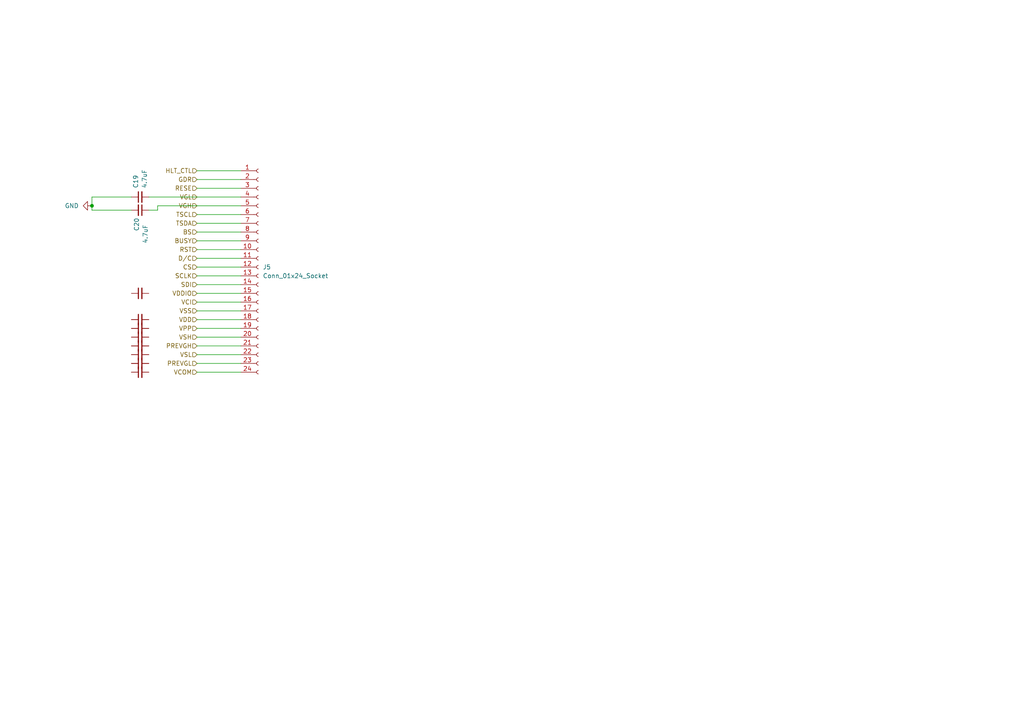
<source format=kicad_sch>
(kicad_sch (version 20231120) (generator "eeschema") (generator_version "8.0")
  (paper "A4")
  (lib_symbols
    (symbol "Connector:Conn_01x24_Socket" (pin_names (offset 1.016) hide)
      (property "Reference" "J" (at 0 30.48 0))
      (property "Value" "Conn_01x24_Socket" (at 0 -33.02 0))
      (symbol "Conn_01x24_Socket_1_1"
        (arc (start 0 -29.972) (mid -0.5058 -30.48) (end 0 -30.988) (stroke (width 0.1524)))
        (arc (start 0 -27.432) (mid -0.5058 -27.94) (end 0 -28.448) (stroke (width 0.1524)))
        (arc (start 0 -24.892) (mid -0.5058 -25.4) (end 0 -25.908) (stroke (width 0.1524)))
        (arc (start 0 -22.352) (mid -0.5058 -22.86) (end 0 -23.368) (stroke (width 0.1524)))
        (arc (start 0 -19.812) (mid -0.5058 -20.32) (end 0 -20.828) (stroke (width 0.1524)))
        (arc (start 0 -17.272) (mid -0.5058 -17.78) (end 0 -18.288) (stroke (width 0.1524)))
        (arc (start 0 -14.732) (mid -0.5058 -15.24) (end 0 -15.748) (stroke (width 0.1524)))
        (arc (start 0 -12.192) (mid -0.5058 -12.7) (end 0 -13.208) (stroke (width 0.1524)))
        (arc (start 0 -9.652) (mid -0.5058 -10.16) (end 0 -10.668) (stroke (width 0.1524)))
        (arc (start 0 -7.112) (mid -0.5058 -7.62) (end 0 -8.128) (stroke (width 0.1524)))
        (arc (start 0 -4.572) (mid -0.5058 -5.08) (end 0 -5.588) (stroke (width 0.1524)))
        (arc (start 0 -2.032) (mid -0.5058 -2.54) (end 0 -3.048) (stroke (width 0.1524)))
        (polyline (pts (xy -1.27 -30.48) (xy -0.508 -30.48)) (stroke (width 0.1524)))
        (polyline (pts (xy -1.27 -27.94) (xy -0.508 -27.94)) (stroke (width 0.1524)))
        (polyline (pts (xy -1.27 -25.4) (xy -0.508 -25.4)) (stroke (width 0.1524)))
        (polyline (pts (xy -1.27 -22.86) (xy -0.508 -22.86)) (stroke (width 0.1524)))
        (polyline (pts (xy -1.27 -20.32) (xy -0.508 -20.32)) (stroke (width 0.1524)))
        (polyline (pts (xy -1.27 -17.78) (xy -0.508 -17.78)) (stroke (width 0.1524)))
        (polyline (pts (xy -1.27 -15.24) (xy -0.508 -15.24)) (stroke (width 0.1524)))
        (polyline (pts (xy -1.27 -12.7) (xy -0.508 -12.7)) (stroke (width 0.1524)))
        (polyline (pts (xy -1.27 -10.16) (xy -0.508 -10.16)) (stroke (width 0.1524)))
        (polyline (pts (xy -1.27 -7.62) (xy -0.508 -7.62)) (stroke (width 0.1524)))
        (polyline (pts (xy -1.27 -5.08) (xy -0.508 -5.08)) (stroke (width 0.1524)))
        (polyline (pts (xy -1.27 -2.54) (xy -0.508 -2.54)) (stroke (width 0.1524)))
        (polyline (pts (xy -1.27 0) (xy -0.508 0)) (stroke (width 0.1524)))
        (polyline (pts (xy -1.27 2.54) (xy -0.508 2.54)) (stroke (width 0.1524)))
        (polyline (pts (xy -1.27 5.08) (xy -0.508 5.08)) (stroke (width 0.1524)))
        (polyline (pts (xy -1.27 7.62) (xy -0.508 7.62)) (stroke (width 0.1524)))
        (polyline (pts (xy -1.27 10.16) (xy -0.508 10.16)) (stroke (width 0.1524)))
        (polyline (pts (xy -1.27 12.7) (xy -0.508 12.7)) (stroke (width 0.1524)))
        (polyline (pts (xy -1.27 15.24) (xy -0.508 15.24)) (stroke (width 0.1524)))
        (polyline (pts (xy -1.27 17.78) (xy -0.508 17.78)) (stroke (width 0.1524)))
        (polyline (pts (xy -1.27 20.32) (xy -0.508 20.32)) (stroke (width 0.1524)))
        (polyline (pts (xy -1.27 22.86) (xy -0.508 22.86)) (stroke (width 0.1524)))
        (polyline (pts (xy -1.27 25.4) (xy -0.508 25.4)) (stroke (width 0.1524)))
        (polyline (pts (xy -1.27 27.94) (xy -0.508 27.94)) (stroke (width 0.1524)))
        (arc (start 0 0.508) (mid -0.5058 0) (end 0 -0.508) (stroke (width 0.1524)))
        (arc (start 0 3.048) (mid -0.5058 2.54) (end 0 2.032) (stroke (width 0.1524)))
        (arc (start 0 5.588) (mid -0.5058 5.08) (end 0 4.572) (stroke (width 0.1524)))
        (arc (start 0 8.128) (mid -0.5058 7.62) (end 0 7.112) (stroke (width 0.1524)))
        (arc (start 0 10.668) (mid -0.5058 10.16) (end 0 9.652) (stroke (width 0.1524)))
        (arc (start 0 13.208) (mid -0.5058 12.7) (end 0 12.192) (stroke (width 0.1524)))
        (arc (start 0 15.748) (mid -0.5058 15.24) (end 0 14.732) (stroke (width 0.1524)))
        (arc (start 0 18.288) (mid -0.5058 17.78) (end 0 17.272) (stroke (width 0.1524)))
        (arc (start 0 20.828) (mid -0.5058 20.32) (end 0 19.812) (stroke (width 0.1524)))
        (arc (start 0 23.368) (mid -0.5058 22.86) (end 0 22.352) (stroke (width 0.1524)))
        (arc (start 0 25.908) (mid -0.5058 25.4) (end 0 24.892) (stroke (width 0.1524)))
        (arc (start 0 28.448) (mid -0.5058 27.94) (end 0 27.432) (stroke (width 0.1524)))
        (pin passive line (at -5.08 27.94 0) (length 3.81) (name "Pin_1") (number "1"))
        (pin passive line (at -5.08 5.08 0) (length 3.81) (name "Pin_10") (number "10"))
        (pin passive line (at -5.08 2.54 0) (length 3.81) (name "Pin_11") (number "11"))
        (pin passive line (at -5.08 0 0) (length 3.81) (name "Pin_12") (number "12"))
        (pin passive line (at -5.08 -2.54 0) (length 3.81) (name "Pin_13") (number "13"))
        (pin passive line (at -5.08 -5.08 0) (length 3.81) (name "Pin_14") (number "14"))
        (pin passive line (at -5.08 -7.62 0) (length 3.81) (name "Pin_15") (number "15"))
        (pin passive line (at -5.08 -10.16 0) (length 3.81) (name "Pin_16") (number "16"))
        (pin passive line (at -5.08 -12.7 0) (length 3.81) (name "Pin_17") (number "17"))
        (pin passive line (at -5.08 -15.24 0) (length 3.81) (name "Pin_18") (number "18"))
        (pin passive line (at -5.08 -17.78 0) (length 3.81) (name "Pin_19") (number "19"))
        (pin passive line (at -5.08 25.4 0) (length 3.81) (name "Pin_2") (number "2"))
        (pin passive line (at -5.08 -20.32 0) (length 3.81) (name "Pin_20") (number "20"))
        (pin passive line (at -5.08 -22.86 0) (length 3.81) (name "Pin_21") (number "21"))
        (pin passive line (at -5.08 -25.4 0) (length 3.81) (name "Pin_22") (number "22"))
        (pin passive line (at -5.08 -27.94 0) (length 3.81) (name "Pin_23") (number "23"))
        (pin passive line (at -5.08 -30.48 0) (length 3.81) (name "Pin_24") (number "24"))
        (pin passive line (at -5.08 22.86 0) (length 3.81) (name "Pin_3") (number "3"))
        (pin passive line (at -5.08 20.32 0) (length 3.81) (name "Pin_4") (number "4"))
        (pin passive line (at -5.08 17.78 0) (length 3.81) (name "Pin_5") (number "5"))
        (pin passive line (at -5.08 15.24 0) (length 3.81) (name "Pin_6") (number "6"))
        (pin passive line (at -5.08 12.7 0) (length 3.81) (name "Pin_7") (number "7"))
        (pin passive line (at -5.08 10.16 0) (length 3.81) (name "Pin_8") (number "8"))
        (pin passive line (at -5.08 7.62 0) (length 3.81) (name "Pin_9") (number "9"))
      )
    )
    (symbol "Device:C_Small" (pin_numbers hide) (pin_names (offset 0.254) hide)
      (property "Reference" "C" (at 0.254 1.778 0))
      (property "Value" "C_Small" (at 0.254 -2.032 0))
      (symbol "C_Small_0_1"
        (polyline (pts (xy -1.524 -0.508) (xy 1.524 -0.508)) (stroke (width 0.3302)))
        (polyline (pts (xy -1.524 0.508) (xy 1.524 0.508)) (stroke (width 0.3048)))
      )
      (symbol "C_Small_1_1"
        (pin passive line (at 0 2.54 270) (length 2.032) (name "~") (number "1"))
        (pin passive line (at 0 -2.54 90) (length 2.032) (name "~") (number "2"))
      )
    )
    (symbol "power:GND" (power) (pin_numbers hide) (pin_names (offset 0) hide)
      (property "Value" "GND" (at 0 -3.81 0))
      (symbol "GND_0_1"
        (polyline (pts (xy 0 0) (xy 0 -1.27) (xy 1.27 -1.27) (xy 0 -2.54) (xy -1.27 -1.27) (xy 0 -1.27)))
      )
      (symbol "GND_1_1"
        (pin power_in line (at 0 0 270) (length 0) (name "~") (number "1"))
      )
    )
  )
  (junction (at 26.67 59.69))
  (wire (pts (xy 57.15 77.47) (xy 69.85 77.47)))
  (wire (pts (xy 57.15 87.63) (xy 69.85 87.63)))
  (wire (pts (xy 57.15 49.53) (xy 69.85 49.53)))
  (wire (pts (xy 57.15 105.41) (xy 69.85 105.41)))
  (wire (pts (xy 26.67 57.15) (xy 26.67 59.69)))
  (wire (pts (xy 57.15 102.87) (xy 69.85 102.87)))
  (wire (pts (xy 57.15 92.71) (xy 69.85 92.71)))
  (wire (pts (xy 57.15 90.17) (xy 69.85 90.17)))
  (wire (pts (xy 26.67 60.96) (xy 38.1 60.96)))
  (wire (pts (xy 57.15 95.25) (xy 69.85 95.25)))
  (wire (pts (xy 57.15 97.79) (xy 69.85 97.79)))
  (wire (pts (xy 57.15 67.31) (xy 69.85 67.31)))
  (wire (pts (xy 26.67 59.69) (xy 26.67 60.96)))
  (wire (pts (xy 57.15 100.33) (xy 69.85 100.33)))
  (wire (pts (xy 45.72 60.96) (xy 45.72 59.69)))
  (wire (pts (xy 57.15 107.95) (xy 69.85 107.95)))
  (wire (pts (xy 43.18 57.15) (xy 69.85 57.15)))
  (wire (pts (xy 57.15 64.77) (xy 69.85 64.77)))
  (wire (pts (xy 57.15 85.09) (xy 69.85 85.09)))
  (wire (pts (xy 57.15 72.39) (xy 69.85 72.39)))
  (wire (pts (xy 43.18 60.96) (xy 45.72 60.96)))
  (wire (pts (xy 57.15 69.85) (xy 69.85 69.85)))
  (wire (pts (xy 57.15 80.01) (xy 69.85 80.01)))
  (wire (pts (xy 57.15 54.61) (xy 69.85 54.61)))
  (wire (pts (xy 57.15 62.23) (xy 69.85 62.23)))
  (wire (pts (xy 57.15 82.55) (xy 69.85 82.55)))
  (wire (pts (xy 57.15 74.93) (xy 69.85 74.93)))
  (wire (pts (xy 38.1 57.15) (xy 26.67 57.15)))
  (wire (pts (xy 45.72 59.69) (xy 69.85 59.69)))
  (wire (pts (xy 57.15 52.07) (xy 69.85 52.07)))
  (hierarchical_label "VCOM" (shape input) (at 57.15 107.95 180))
  (hierarchical_label "VGH" (shape input) (at 57.15 59.69 180))
  (hierarchical_label "PREVGH" (shape input) (at 57.15 100.33 180))
  (hierarchical_label "SCLK" (shape input) (at 57.15 80.01 180))
  (hierarchical_label "BUSY" (shape input) (at 57.15 69.85 180))
  (hierarchical_label "VSL" (shape input) (at 57.15 102.87 180))
  (hierarchical_label "GDR" (shape input) (at 57.15 52.07 180))
  (hierarchical_label "RST" (shape input) (at 57.15 72.39 180))
  (hierarchical_label "VDD" (shape input) (at 57.15 92.71 180))
  (hierarchical_label "BS" (shape input) (at 57.15 67.31 180))
  (hierarchical_label "CS" (shape input) (at 57.15 77.47 180))
  (hierarchical_label "TSCL" (shape input) (at 57.15 62.23 180))
  (hierarchical_label "D{slash}C" (shape input) (at 57.15 74.93 180))
  (hierarchical_label "HLT_CTL" (shape input) (at 57.15 49.53 180))
  (hierarchical_label "VCI" (shape input) (at 57.15 87.63 180))
  (hierarchical_label "VGL" (shape input) (at 57.15 57.15 180))
  (hierarchical_label "RESE" (shape input) (at 57.15 54.61 180))
  (hierarchical_label "VSS" (shape input) (at 57.15 90.17 180))
  (hierarchical_label "VPP" (shape input) (at 57.15 95.25 180))
  (hierarchical_label "VDDIO" (shape input) (at 57.15 85.09 180))
  (hierarchical_label "TSDA" (shape input) (at 57.15 64.77 180))
  (hierarchical_label "SDI" (shape input) (at 57.15 82.55 180))
  (hierarchical_label "PREVGL" (shape input) (at 57.15 105.41 180))
  (hierarchical_label "VSH" (shape input) (at 57.15 97.79 180))
  (symbol (lib_id "Device:C_Small") (at 40.64 92.71 90) (unit 1)
    (property "Reference" "C21" (effects (hide yes)))
    (property "Value" "4.7uF" (effects (hide yes)))
    (property "Description" "Unpolarized capacitor, small symbol" (effects (hide yes)))
  )
  (symbol (lib_id "Device:C_Small") (at 40.64 57.15 90) (unit 1)
    (property "Reference" "C19" (at 39.3762 54.61 0) (effects (justify left)))
    (property "Value" "4.7uF" (at 41.9162 54.61 0) (effects (justify left)))
    (property "Description" "Unpolarized capacitor, small symbol" (effects (hide yes)))
  )
  (symbol (lib_id "Device:C_Small") (at 40.64 95.25 90) (unit 1)
    (property "Reference" "C22" (effects (hide yes)))
    (property "Value" "4.7uF" (effects (hide yes)))
    (property "Description" "Unpolarized capacitor, small symbol" (effects (hide yes)))
  )
  (symbol (lib_id "Device:C_Small") (at 40.64 85.09 90) (unit 1)
    (property "Reference" "C26" (effects (hide yes)))
    (property "Value" "4.7uF" (effects (hide yes)))
    (property "Description" "Unpolarized capacitor, small symbol" (effects (hide yes)))
  )
  (symbol (lib_id "Device:C_Small") (at 40.64 102.87 90) (unit 1)
    (property "Reference" "C25" (effects (hide yes)))
    (property "Value" "4.7uF" (effects (hide yes)))
    (property "Description" "Unpolarized capacitor, small symbol" (effects (hide yes)))
  )
  (symbol (lib_id "power:GND") (at 26.67 59.69 270) (unit 1)
    (property "Reference" "#PWR034" (effects (hide yes)))
    (property "Value" "GND" (at 22.86 59.6899 90) (effects (justify right)))
    (property "Description" "Power symbol creates a global label with name \"GND\" , ground" (effects (hide yes)))
  )
  (symbol (lib_id "Device:C_Small") (at 40.64 60.96 270) (mirror x) (unit 1)
    (property "Reference" "C20" (at 39.624 67.056 0) (effects (justify left)))
    (property "Value" "4.7uF" (at 42.164 70.612 0) (effects (justify left)))
    (property "Description" "Unpolarized capacitor, small symbol" (effects (hide yes)))
  )
  (symbol (lib_id "Device:C_Small") (at 40.64 107.95 90) (unit 1)
    (property "Reference" "C28" (effects (hide yes)))
    (property "Value" "4.7uF" (effects (hide yes)))
    (property "Description" "Unpolarized capacitor, small symbol" (effects (hide yes)))
  )
  (symbol (lib_id "Device:C_Small") (at 40.64 97.79 90) (unit 1)
    (property "Reference" "C23" (effects (hide yes)))
    (property "Value" "4.7uF" (effects (hide yes)))
    (property "Description" "Unpolarized capacitor, small symbol" (effects (hide yes)))
  )
  (symbol (lib_id "Connector:Conn_01x24_Socket") (at 74.93 77.47 0) (unit 1)
    (property "Reference" "J5" (at 76.2 77.4699 0) (effects (justify left)))
    (property "Value" "Conn_01x24_Socket" (at 76.2 80.0099 0) (effects (justify left)))
    (property "Description" "Generic connector, single row, 01x24, script generated" (effects (hide yes)))
  )
  (symbol (lib_id "Device:C_Small") (at 40.64 100.33 90) (unit 1)
    (property "Reference" "C24" (effects (hide yes)))
    (property "Value" "4.7uF" (effects (hide yes)))
    (property "Description" "Unpolarized capacitor, small symbol" (effects (hide yes)))
  )
  (symbol (lib_id "Device:C_Small") (at 40.64 105.41 90) (unit 1)
    (property "Reference" "C27" (effects (hide yes)))
    (property "Value" "4.7uF" (effects (hide yes)))
    (property "Description" "Unpolarized capacitor, small symbol" (effects (hide yes)))
  )
)
</source>
